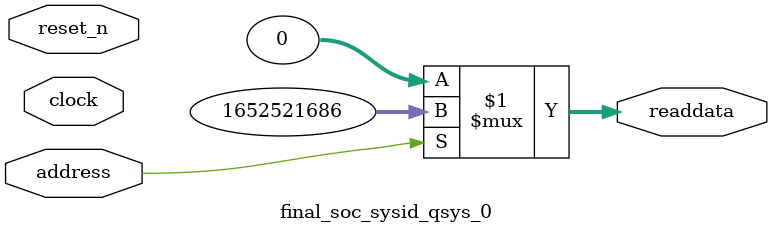
<source format=v>



// synthesis translate_off
`timescale 1ns / 1ps
// synthesis translate_on

// turn off superfluous verilog processor warnings 
// altera message_level Level1 
// altera message_off 10034 10035 10036 10037 10230 10240 10030 

module final_soc_sysid_qsys_0 (
               // inputs:
                address,
                clock,
                reset_n,

               // outputs:
                readdata
             )
;

  output  [ 31: 0] readdata;
  input            address;
  input            clock;
  input            reset_n;

  wire    [ 31: 0] readdata;
  //control_slave, which is an e_avalon_slave
  assign readdata = address ? 1652521686 : 0;

endmodule



</source>
